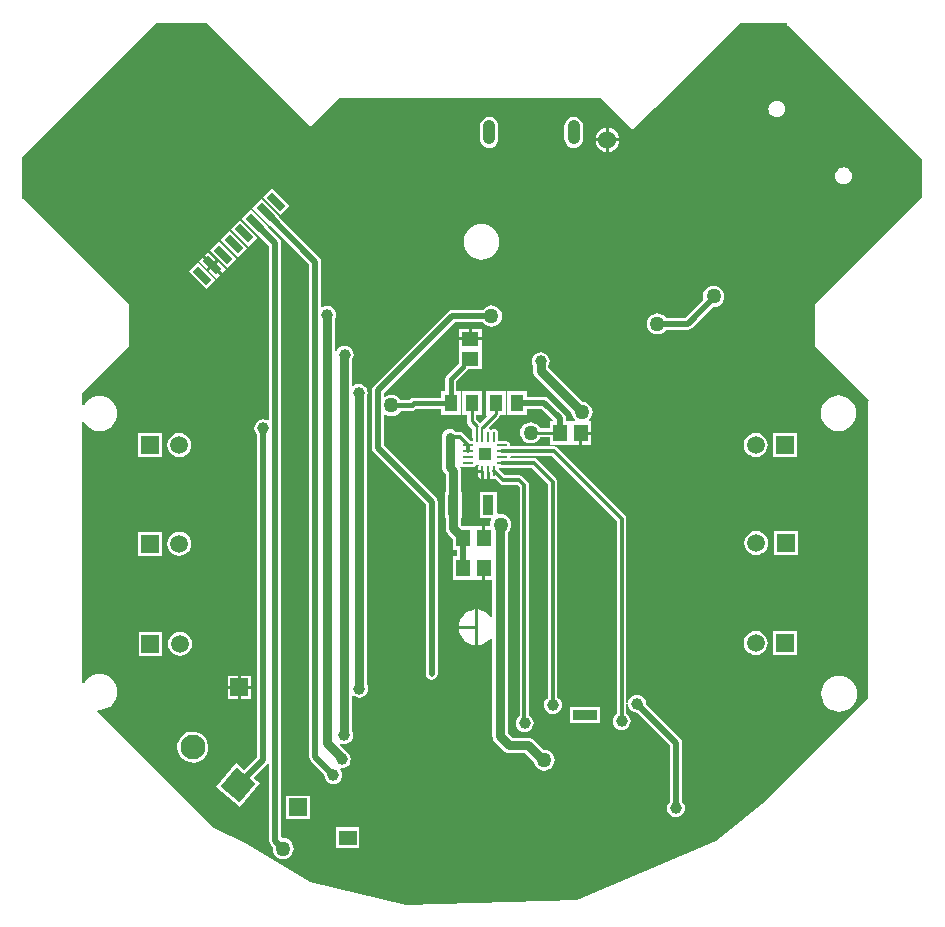
<source format=gbr>
%TF.GenerationSoftware,Altium Limited,Altium Designer,20.0.13 (296)*%
G04 Layer_Physical_Order=2*
G04 Layer_Color=16711680*
%FSLAX45Y45*%
%MOMM*%
%TF.FileFunction,Copper,L2,Bot,Signal*%
%TF.Part,Single*%
G01*
G75*
%TA.AperFunction,SMDPad,CuDef*%
%ADD10R,2.00000X0.90000*%
%ADD32R,1.47000X1.16000*%
%ADD33R,1.16000X1.47000*%
%TA.AperFunction,Conductor*%
%ADD36C,0.80000*%
%ADD37C,0.25400*%
%ADD38C,0.50000*%
%ADD39C,0.40000*%
%ADD43C,0.30000*%
%TA.AperFunction,ViaPad*%
%ADD44C,1.52400*%
%TA.AperFunction,ComponentPad*%
G04:AMPARAMS|DCode=45|XSize=1.6mm|YSize=0.6mm|CornerRadius=0mm|HoleSize=0mm|Usage=FLASHONLY|Rotation=135.000|XOffset=0mm|YOffset=0mm|HoleType=Round|Shape=Rectangle|*
%AMROTATEDRECTD45*
4,1,4,0.77782,-0.35356,0.35356,-0.77782,-0.77782,0.35356,-0.35356,0.77782,0.77782,-0.35356,0.0*
%
%ADD45ROTATEDRECTD45*%

%ADD46R,1.50800X1.50800*%
%ADD47C,1.50800*%
%ADD48R,1.50000X1.50000*%
%ADD49O,1.05000X2.10000*%
%TA.AperFunction,SMDPad,CuDef*%
%ADD50R,0.97000X1.73000*%
%TA.AperFunction,ComponentPad*%
%ADD51R,1.50000X1.50000*%
%ADD52R,1.50000X1.25000*%
%ADD53C,2.10000*%
%ADD54P,2.96985X4X185.0*%
%TA.AperFunction,ViaPad*%
%ADD55C,1.00000*%
%ADD56C,1.27000*%
%ADD57C,1.00000*%
%ADD58C,0.50000*%
%TA.AperFunction,SMDPad,CuDef*%
G04:AMPARAMS|DCode=59|XSize=0.86mm|YSize=0.15mm|CornerRadius=0.0375mm|HoleSize=0mm|Usage=FLASHONLY|Rotation=180.000|XOffset=0mm|YOffset=0mm|HoleType=Round|Shape=RoundedRectangle|*
%AMROUNDEDRECTD59*
21,1,0.86000,0.07500,0,0,180.0*
21,1,0.78500,0.15000,0,0,180.0*
1,1,0.07500,-0.39250,0.03750*
1,1,0.07500,0.39250,0.03750*
1,1,0.07500,0.39250,-0.03750*
1,1,0.07500,-0.39250,-0.03750*
%
%ADD59ROUNDEDRECTD59*%
G04:AMPARAMS|DCode=60|XSize=0.86mm|YSize=0.15mm|CornerRadius=0.0375mm|HoleSize=0mm|Usage=FLASHONLY|Rotation=270.000|XOffset=0mm|YOffset=0mm|HoleType=Round|Shape=RoundedRectangle|*
%AMROUNDEDRECTD60*
21,1,0.86000,0.07500,0,0,270.0*
21,1,0.78500,0.15000,0,0,270.0*
1,1,0.07500,-0.03750,-0.39250*
1,1,0.07500,-0.03750,0.39250*
1,1,0.07500,0.03750,0.39250*
1,1,0.07500,0.03750,-0.39250*
%
%ADD60ROUNDEDRECTD60*%
%ADD61R,1.10000X1.10000*%
%ADD62R,1.14000X1.47000*%
%TA.AperFunction,Conductor*%
%ADD63C,0.10000*%
%ADD64C,0.20000*%
G36*
X9055100Y11770360D02*
X9062720D01*
X9301480Y12009120D01*
X11513820D01*
X11788140Y11734800D01*
X11971020Y11917680D01*
Y11920220D01*
X11973560D01*
X12697460Y12644120D01*
X13098779D01*
Y12626340D01*
X14239240Y11485880D01*
Y11158220D01*
X14234160D01*
X13335001Y10259060D01*
Y9903460D01*
X13789661Y9448800D01*
X13784579Y9443720D01*
Y6926580D01*
X12923653Y6065652D01*
X12496582Y5719153D01*
X11313694Y5219403D01*
X9870626Y5174237D01*
X9060180Y5369560D01*
X8526780Y5687060D01*
X8242300Y5829300D01*
X7256578Y6815022D01*
X7262345Y6827216D01*
X7274560Y6826013D01*
X7304044Y6828916D01*
X7332394Y6837516D01*
X7358522Y6851482D01*
X7381423Y6870277D01*
X7400218Y6893178D01*
X7414184Y6919306D01*
X7422783Y6947656D01*
X7425687Y6977140D01*
X7422783Y7006624D01*
X7414184Y7034974D01*
X7400218Y7061102D01*
X7381423Y7084003D01*
X7358522Y7102798D01*
X7332394Y7116764D01*
X7304044Y7125363D01*
X7274560Y7128267D01*
X7245076Y7125363D01*
X7216726Y7116764D01*
X7190598Y7102798D01*
X7167697Y7084003D01*
X7148902Y7061102D01*
X7142480Y7049087D01*
X7129780Y7052268D01*
Y9259372D01*
X7142480Y9262553D01*
X7148902Y9250538D01*
X7167697Y9227637D01*
X7190598Y9208842D01*
X7216726Y9194876D01*
X7245076Y9186277D01*
X7274560Y9183373D01*
X7304044Y9186277D01*
X7332394Y9194876D01*
X7358522Y9208842D01*
X7381423Y9227637D01*
X7400218Y9250538D01*
X7414184Y9276666D01*
X7422783Y9305016D01*
X7425687Y9334500D01*
X7422783Y9363984D01*
X7414184Y9392334D01*
X7400218Y9418462D01*
X7381423Y9441363D01*
X7358522Y9460158D01*
X7332394Y9474124D01*
X7304044Y9482723D01*
X7274560Y9485627D01*
X7245076Y9482723D01*
X7216726Y9474124D01*
X7190598Y9460158D01*
X7167697Y9441363D01*
X7148902Y9418462D01*
X7142480Y9406447D01*
X7129780Y9409628D01*
Y9509760D01*
X7520940Y9900920D01*
Y10261600D01*
X6621780Y11160760D01*
Y11506200D01*
X7759700Y12644120D01*
X8176260D01*
X8178800Y12646660D01*
X9055100Y11770360D01*
D02*
G37*
%LPC*%
G36*
X13007478Y11985032D02*
X12989101Y11982612D01*
X12971976Y11975518D01*
X12957269Y11964234D01*
X12945985Y11949528D01*
X12938892Y11932402D01*
X12936472Y11914024D01*
X12938892Y11895646D01*
X12945985Y11878521D01*
X12957269Y11863814D01*
X12971976Y11852530D01*
X12989101Y11845436D01*
X13007478Y11843017D01*
X13025858Y11845436D01*
X13042982Y11852530D01*
X13057689Y11863814D01*
X13068973Y11878521D01*
X13076067Y11895646D01*
X13078487Y11914024D01*
X13076067Y11932402D01*
X13068973Y11949528D01*
X13057689Y11964234D01*
X13042982Y11975518D01*
X13025858Y11982612D01*
X13007478Y11985032D01*
D02*
G37*
G36*
X11587480Y11751785D02*
Y11663680D01*
X11675585D01*
X11673765Y11677503D01*
X11663528Y11702218D01*
X11647242Y11723442D01*
X11626018Y11739728D01*
X11601303Y11749965D01*
X11587480Y11751785D01*
D02*
G37*
G36*
X11562080D02*
X11548257Y11749965D01*
X11523542Y11739728D01*
X11502318Y11723442D01*
X11486032Y11702218D01*
X11475795Y11677503D01*
X11473975Y11663680D01*
X11562080D01*
Y11751785D01*
D02*
G37*
G36*
X11287760Y11846072D02*
X11267424Y11843395D01*
X11248474Y11835545D01*
X11232201Y11823059D01*
X11219715Y11806786D01*
X11211865Y11787836D01*
X11209188Y11767500D01*
Y11662500D01*
X11211865Y11642164D01*
X11219715Y11623214D01*
X11232201Y11606941D01*
X11248474Y11594455D01*
X11267424Y11586605D01*
X11287760Y11583928D01*
X11308096Y11586605D01*
X11327046Y11594455D01*
X11343319Y11606941D01*
X11355805Y11623214D01*
X11363655Y11642164D01*
X11366332Y11662500D01*
Y11767500D01*
X11363655Y11787836D01*
X11355805Y11806786D01*
X11343319Y11823059D01*
X11327046Y11835545D01*
X11308096Y11843395D01*
X11287760Y11846072D01*
D02*
G37*
G36*
X10572760D02*
X10552424Y11843395D01*
X10533474Y11835545D01*
X10517201Y11823059D01*
X10504715Y11806786D01*
X10496865Y11787836D01*
X10494188Y11767500D01*
Y11662500D01*
X10496865Y11642164D01*
X10504715Y11623214D01*
X10517201Y11606941D01*
X10533474Y11594455D01*
X10552424Y11586605D01*
X10572760Y11583928D01*
X10593096Y11586605D01*
X10612046Y11594455D01*
X10628319Y11606941D01*
X10640805Y11623214D01*
X10648655Y11642164D01*
X10651332Y11662500D01*
Y11767500D01*
X10648655Y11787836D01*
X10640805Y11806786D01*
X10628319Y11823059D01*
X10612046Y11835545D01*
X10593096Y11843395D01*
X10572760Y11846072D01*
D02*
G37*
G36*
X11675585Y11638280D02*
X11587480D01*
Y11550175D01*
X11601303Y11551995D01*
X11626018Y11562232D01*
X11647242Y11578518D01*
X11663528Y11599742D01*
X11673765Y11624457D01*
X11675585Y11638280D01*
D02*
G37*
G36*
X11562080D02*
X11473975D01*
X11475795Y11624457D01*
X11486032Y11599742D01*
X11502318Y11578518D01*
X11523542Y11562232D01*
X11548257Y11551995D01*
X11562080Y11550175D01*
Y11638280D01*
D02*
G37*
G36*
X13573164Y11419346D02*
X13554787Y11416926D01*
X13537662Y11409833D01*
X13522955Y11398548D01*
X13511671Y11383842D01*
X13504578Y11366717D01*
X13502158Y11348338D01*
X13504578Y11329961D01*
X13511671Y11312835D01*
X13522955Y11298129D01*
X13537662Y11286844D01*
X13554787Y11279751D01*
X13573164Y11277331D01*
X13591544Y11279751D01*
X13608669Y11286844D01*
X13623375Y11298129D01*
X13634659Y11312835D01*
X13641753Y11329960D01*
X13644173Y11348338D01*
X13641753Y11366716D01*
X13634659Y11383842D01*
X13623375Y11398548D01*
X13608669Y11409833D01*
X13591544Y11416926D01*
X13573164Y11419346D01*
D02*
G37*
G36*
X8733795Y11242513D02*
X8655448Y11164166D01*
X8804506Y11015108D01*
X8882853Y11093455D01*
X8733795Y11242513D01*
D02*
G37*
G36*
X8464387Y10973105D02*
X8386040Y10894758D01*
X8535098Y10745700D01*
X8613445Y10824047D01*
X8464387Y10973105D01*
D02*
G37*
G36*
X8374585Y10883303D02*
X8296237Y10804955D01*
X8445295Y10655897D01*
X8523643Y10734245D01*
X8374585Y10883303D01*
D02*
G37*
G36*
X10507980Y10938507D02*
X10478496Y10935603D01*
X10450146Y10927004D01*
X10424018Y10913038D01*
X10401117Y10894243D01*
X10382322Y10871342D01*
X10368356Y10845214D01*
X10359757Y10816864D01*
X10356853Y10787380D01*
X10359757Y10757896D01*
X10368356Y10729546D01*
X10382322Y10703418D01*
X10401117Y10680517D01*
X10424018Y10661722D01*
X10450146Y10647756D01*
X10478496Y10639157D01*
X10507980Y10636253D01*
X10537464Y10639157D01*
X10565814Y10647756D01*
X10591942Y10661722D01*
X10614843Y10680517D01*
X10633638Y10703418D01*
X10647604Y10729546D01*
X10656203Y10757896D01*
X10659107Y10787380D01*
X10656203Y10816864D01*
X10647604Y10845214D01*
X10633638Y10871342D01*
X10614843Y10894243D01*
X10591942Y10913038D01*
X10565814Y10927004D01*
X10537464Y10935603D01*
X10507980Y10938507D01*
D02*
G37*
G36*
X8194966Y10703683D02*
X8164773Y10673491D01*
X8230321Y10607942D01*
X8260514Y10638135D01*
X8194966Y10703683D01*
D02*
G37*
G36*
X8284782Y10793500D02*
X8206435Y10715153D01*
X8355493Y10566095D01*
X8433840Y10644442D01*
X8284782Y10793500D01*
D02*
G37*
G36*
X8146812Y10655530D02*
X8116618Y10625336D01*
X8182167Y10559788D01*
X8212361Y10589982D01*
X8146812Y10655530D01*
D02*
G37*
G36*
X8278474Y10620175D02*
X8248282Y10589982D01*
X8313831Y10524433D01*
X8344023Y10554626D01*
X8278474Y10620175D01*
D02*
G37*
G36*
X8230321Y10572021D02*
X8200127Y10541827D01*
X8265676Y10476278D01*
X8295870Y10506472D01*
X8230321Y10572021D01*
D02*
G37*
G36*
X8106973Y10615691D02*
X8028626Y10537344D01*
X8177684Y10388286D01*
X8256031Y10466633D01*
X8106973Y10615691D01*
D02*
G37*
G36*
X12473188Y10415348D02*
X12449981Y10412293D01*
X12428355Y10403335D01*
X12409784Y10389086D01*
X12395535Y10370515D01*
X12386577Y10348889D01*
X12383521Y10325681D01*
X12386577Y10302474D01*
X12387972Y10299105D01*
X12234215Y10145347D01*
X12070315D01*
X12061094Y10157364D01*
X12042523Y10171614D01*
X12020897Y10180572D01*
X11997690Y10183627D01*
X11974482Y10180572D01*
X11952856Y10171614D01*
X11934286Y10157364D01*
X11920036Y10138794D01*
X11911078Y10117167D01*
X11908023Y10093960D01*
X11911078Y10070753D01*
X11920036Y10049126D01*
X11934286Y10030556D01*
X11952856Y10016306D01*
X11974482Y10007348D01*
X11997690Y10004293D01*
X12020897Y10007348D01*
X12042523Y10016306D01*
X12061094Y10030556D01*
X12070315Y10042573D01*
X12255500D01*
X12275165Y10046484D01*
X12291836Y10057624D01*
X12470571Y10236359D01*
X12473188Y10236014D01*
X12496396Y10239070D01*
X12518022Y10248028D01*
X12536593Y10262277D01*
X12550842Y10280848D01*
X12559800Y10302474D01*
X12562855Y10325681D01*
X12559800Y10348889D01*
X12550842Y10370515D01*
X12536593Y10389086D01*
X12518022Y10403335D01*
X12496396Y10412293D01*
X12473188Y10415348D01*
D02*
G37*
G36*
X10591800Y10249667D02*
X10568593Y10246612D01*
X10546966Y10237654D01*
X10528396Y10223404D01*
X10519175Y10211387D01*
X10261600D01*
X10241935Y10207476D01*
X10225264Y10196336D01*
X9595744Y9566816D01*
X9584604Y9550145D01*
X9580693Y9530480D01*
Y9042000D01*
X9584604Y9022335D01*
X9595744Y9005664D01*
X10034953Y8566455D01*
Y7130821D01*
X10038864Y7111156D01*
X10050004Y7094485D01*
X10066675Y7083345D01*
X10086340Y7079434D01*
X10106005Y7083345D01*
X10122676Y7094485D01*
X10133816Y7111156D01*
X10137727Y7130821D01*
Y8587740D01*
X10133816Y8607405D01*
X10122676Y8624076D01*
X9683467Y9063285D01*
Y9324634D01*
X9694858Y9330252D01*
X9701146Y9325426D01*
X9722773Y9316468D01*
X9745980Y9313413D01*
X9769187Y9316468D01*
X9790814Y9325426D01*
X9809384Y9339676D01*
X9822517Y9356791D01*
X9916159D01*
X9916160Y9356790D01*
X9933874Y9360314D01*
X9948892Y9370348D01*
X9955654Y9377110D01*
X10166400D01*
Y9324500D01*
X10331200D01*
Y9522300D01*
X10295089D01*
Y9608226D01*
X10385932Y9699069D01*
X10392701Y9709200D01*
X10512900D01*
Y9872500D01*
X10512900Y9876000D01*
Y9885200D01*
X10512900Y9888700D01*
Y9955900D01*
X10414000D01*
X10315100D01*
Y9888700D01*
X10315100Y9885200D01*
Y9876000D01*
X10315100Y9872500D01*
Y9759163D01*
X10216068Y9660132D01*
X10206034Y9645114D01*
X10202510Y9627400D01*
X10202510Y9627399D01*
Y9522300D01*
X10166400D01*
Y9469689D01*
X9936481D01*
X9936480Y9469689D01*
X9918766Y9466166D01*
X9903748Y9456131D01*
X9903748Y9456131D01*
X9896986Y9449369D01*
X9822517D01*
X9809384Y9466484D01*
X9790814Y9480734D01*
X9769187Y9489692D01*
X9745980Y9492747D01*
X9722773Y9489692D01*
X9701146Y9480734D01*
X9694858Y9475908D01*
X9683467Y9481526D01*
Y9509195D01*
X10282885Y10108613D01*
X10519175D01*
X10528396Y10096596D01*
X10546966Y10082346D01*
X10568593Y10073388D01*
X10591800Y10070333D01*
X10615007Y10073388D01*
X10636634Y10082346D01*
X10655204Y10096596D01*
X10669454Y10115166D01*
X10678412Y10136793D01*
X10681467Y10160000D01*
X10678412Y10183207D01*
X10669454Y10204834D01*
X10655204Y10223404D01*
X10636634Y10237654D01*
X10615007Y10246612D01*
X10591800Y10249667D01*
D02*
G37*
G36*
X10512900Y10052000D02*
X10426700D01*
Y9981300D01*
X10512900D01*
Y10052000D01*
D02*
G37*
G36*
X10401300D02*
X10315100D01*
Y9981300D01*
X10401300D01*
Y10052000D01*
D02*
G37*
G36*
X8554190Y11062908D02*
X8475843Y10984560D01*
X8624900Y10835503D01*
X8627738Y10838340D01*
X8711612Y10754465D01*
X8711613Y9280907D01*
X8700222Y9275290D01*
X8699425Y9275902D01*
X8681083Y9283499D01*
X8661400Y9286091D01*
X8641717Y9283499D01*
X8623375Y9275902D01*
X8607624Y9263816D01*
X8595538Y9248065D01*
X8587941Y9229723D01*
X8585349Y9210040D01*
X8587941Y9190357D01*
X8595538Y9172015D01*
X8607624Y9156264D01*
X8610013Y9154431D01*
Y6425478D01*
X8499555Y6315020D01*
X8430439Y6373015D01*
X8262800Y6173231D01*
X8462584Y6005592D01*
X8630223Y6205376D01*
X8585785Y6242664D01*
X8585231Y6255352D01*
X8697736Y6367857D01*
X8698913Y6369618D01*
X8711613Y6365765D01*
Y5717540D01*
X8715525Y5697875D01*
X8726664Y5681204D01*
X8741350Y5666517D01*
X8739373Y5651500D01*
X8742428Y5628293D01*
X8751386Y5606666D01*
X8765636Y5588096D01*
X8784206Y5573846D01*
X8805833Y5564888D01*
X8829040Y5561833D01*
X8852247Y5564888D01*
X8873874Y5573846D01*
X8892444Y5588096D01*
X8906694Y5606666D01*
X8915652Y5628293D01*
X8918707Y5651500D01*
X8915652Y5674707D01*
X8906694Y5696334D01*
X8892444Y5714904D01*
X8873874Y5729154D01*
X8852247Y5738112D01*
X8829040Y5741167D01*
X8823936Y5740495D01*
X8814388Y5748869D01*
X8814387Y10775751D01*
X8810475Y10795416D01*
X8799336Y10812087D01*
X8700410Y10911012D01*
X8703248Y10913850D01*
X8554190Y11062908D01*
D02*
G37*
G36*
X11008360Y9852511D02*
X10988677Y9849919D01*
X10970335Y9842322D01*
X10954584Y9830236D01*
X10942498Y9814485D01*
X10934901Y9796143D01*
X10932309Y9776460D01*
X10934901Y9756777D01*
X10942396Y9738682D01*
Y9697720D01*
X10944643Y9680647D01*
X10951233Y9664738D01*
X10961716Y9651076D01*
X11269762Y9343031D01*
X11272268Y9323993D01*
X11281226Y9302366D01*
X11295476Y9283796D01*
X11299119Y9281000D01*
X11294808Y9268300D01*
X11267920D01*
X11264420Y9268300D01*
X11255220D01*
X11251720Y9268300D01*
X11223207D01*
Y9292960D01*
X11219296Y9312625D01*
X11208156Y9329296D01*
X11074119Y9463333D01*
X11057448Y9474473D01*
X11037783Y9478384D01*
X10890200D01*
Y9522300D01*
X10725400D01*
Y9324500D01*
X10890200D01*
Y9375610D01*
X11016498D01*
X11111108Y9281000D01*
X11105847Y9268300D01*
X11088420D01*
Y9210787D01*
X11004674D01*
X11002194Y9216774D01*
X10987944Y9235344D01*
X10969374Y9249594D01*
X10947747Y9258552D01*
X10924540Y9261607D01*
X10901333Y9258552D01*
X10879706Y9249594D01*
X10861136Y9235344D01*
X10846886Y9216774D01*
X10837928Y9195147D01*
X10834873Y9171940D01*
X10837928Y9148733D01*
X10846886Y9127106D01*
X10861136Y9108536D01*
X10879706Y9094286D01*
X10901333Y9085328D01*
X10924540Y9082273D01*
X10947747Y9085328D01*
X10969374Y9094286D01*
X10987944Y9108536D01*
X11002194Y9127106D01*
X11004674Y9133093D01*
X11088420D01*
Y9070500D01*
X11251720D01*
X11255220Y9070500D01*
X11264420D01*
X11267920Y9070500D01*
X11335120D01*
Y9169400D01*
X11347820D01*
Y9182100D01*
X11431220D01*
Y9268300D01*
X11422952D01*
X11418641Y9281000D01*
X11422284Y9283796D01*
X11436534Y9302366D01*
X11445492Y9323993D01*
X11448547Y9347200D01*
X11445492Y9370407D01*
X11436534Y9392034D01*
X11422284Y9410604D01*
X11403714Y9424854D01*
X11382087Y9433812D01*
X11363049Y9436318D01*
X11074324Y9725043D01*
Y9738682D01*
X11081819Y9756777D01*
X11084411Y9776460D01*
X11081819Y9796143D01*
X11074222Y9814485D01*
X11062136Y9830236D01*
X11046385Y9842322D01*
X11028043Y9849919D01*
X11008360Y9852511D01*
D02*
G37*
G36*
X13530580Y9488167D02*
X13501096Y9485263D01*
X13472746Y9476664D01*
X13446619Y9462698D01*
X13423717Y9443903D01*
X13404922Y9421002D01*
X13390956Y9394874D01*
X13382356Y9366524D01*
X13379453Y9337040D01*
X13382356Y9307556D01*
X13390956Y9279206D01*
X13404922Y9253078D01*
X13423717Y9230177D01*
X13446619Y9211382D01*
X13472746Y9197416D01*
X13501096Y9188817D01*
X13530580Y9185913D01*
X13560065Y9188817D01*
X13588414Y9197416D01*
X13614542Y9211382D01*
X13637444Y9230177D01*
X13656238Y9253078D01*
X13670204Y9279206D01*
X13678802Y9307556D01*
X13681706Y9337040D01*
X13678802Y9366524D01*
X13670204Y9394874D01*
X13656238Y9421002D01*
X13637444Y9443903D01*
X13614542Y9462698D01*
X13588414Y9476664D01*
X13560065Y9485263D01*
X13530580Y9488167D01*
D02*
G37*
G36*
X10509200Y9522300D02*
X10344400D01*
Y9324500D01*
X10385313D01*
Y9268460D01*
X10388271Y9253594D01*
X10396691Y9240991D01*
X10429906Y9207776D01*
Y9134100D01*
X10432529Y9120916D01*
Y9102627D01*
X10419829Y9100269D01*
X10417586Y9101767D01*
X10353847Y9165507D01*
X10340483Y9174436D01*
X10324720Y9177571D01*
X10289568D01*
X10285384Y9183024D01*
X10271722Y9193507D01*
X10255813Y9200097D01*
X10238740Y9202344D01*
X10221667Y9200097D01*
X10205758Y9193507D01*
X10192096Y9183024D01*
X10181613Y9169362D01*
X10175023Y9153453D01*
X10172776Y9136380D01*
Y8882920D01*
X10175023Y8865847D01*
X10181613Y8849938D01*
X10192096Y8836276D01*
X10204436Y8823936D01*
Y8671700D01*
X10196501D01*
Y8447900D01*
X10204436D01*
Y8361400D01*
X10206684Y8344327D01*
X10213274Y8328417D01*
X10223757Y8314756D01*
X10268000Y8270512D01*
Y8181500D01*
X10300013D01*
Y8125300D01*
X10268000D01*
Y7927500D01*
X10431300D01*
X10434800Y7927500D01*
X10444000D01*
X10447500Y7927500D01*
X10514700D01*
Y8026400D01*
X10540100D01*
Y7927500D01*
X10599496D01*
Y7618989D01*
X10586796Y7614445D01*
X10571663Y7632883D01*
X10548762Y7651678D01*
X10522634Y7665644D01*
X10494284Y7674243D01*
X10477500Y7675897D01*
Y7526020D01*
Y7376143D01*
X10494284Y7377797D01*
X10522634Y7386396D01*
X10548762Y7400362D01*
X10571663Y7419157D01*
X10586796Y7437595D01*
X10599496Y7433051D01*
Y6601460D01*
X10601743Y6584387D01*
X10608333Y6568478D01*
X10618816Y6554816D01*
X10695016Y6478616D01*
X10708678Y6468133D01*
X10724587Y6461543D01*
X10741660Y6459296D01*
X10875383D01*
X10949878Y6384800D01*
X10950864Y6377314D01*
X10959821Y6355688D01*
X10974071Y6337117D01*
X10992642Y6322867D01*
X11014268Y6313910D01*
X11037475Y6310854D01*
X11060683Y6313910D01*
X11082309Y6322867D01*
X11100879Y6337117D01*
X11115129Y6355688D01*
X11124087Y6377314D01*
X11127142Y6400521D01*
X11124087Y6423729D01*
X11115129Y6445355D01*
X11100879Y6463926D01*
X11082309Y6478175D01*
X11060683Y6487133D01*
X11037475Y6490188D01*
X11031811Y6489443D01*
X10949350Y6571904D01*
X10935688Y6582387D01*
X10919779Y6588977D01*
X10902706Y6591224D01*
X10768983D01*
X10731424Y6628783D01*
Y8329362D01*
X10733944Y8331296D01*
X10748194Y8349866D01*
X10757152Y8371493D01*
X10760207Y8394700D01*
X10757152Y8417907D01*
X10748194Y8439534D01*
X10733944Y8458104D01*
X10715374Y8472354D01*
X10693747Y8481312D01*
X10670540Y8484367D01*
X10653000Y8482058D01*
X10640300Y8490800D01*
Y8671700D01*
X10492500D01*
Y8447900D01*
X10584659D01*
X10591091Y8435200D01*
X10583928Y8417907D01*
X10580873Y8394700D01*
X10581643Y8388849D01*
X10573269Y8379300D01*
X10540100D01*
Y8280400D01*
X10514700D01*
Y8379300D01*
X10447500D01*
X10444000Y8379300D01*
X10434800D01*
X10431300Y8379300D01*
X10345788D01*
X10336365Y8388723D01*
Y8447900D01*
X10344301D01*
Y8671700D01*
X10336365D01*
Y8851260D01*
X10334117Y8868333D01*
X10329071Y8880516D01*
X10328655Y8885123D01*
X10335809Y8890719D01*
X10340268Y8889807D01*
X10346876Y8885391D01*
X10358250Y8883129D01*
X10436750D01*
X10448124Y8885391D01*
X10457766Y8891834D01*
X10464208Y8901476D01*
X10466079Y8910882D01*
X10478246Y8910494D01*
X10484792Y8898723D01*
X10482529Y8887350D01*
Y8860800D01*
X10516001D01*
Y8848100D01*
X10528701D01*
Y8780909D01*
X10531124Y8781391D01*
X10540766Y8787834D01*
X10541234D01*
X10550876Y8781391D01*
X10553300Y8780909D01*
Y8848100D01*
X10574804D01*
X10577939Y8832335D01*
X10578700Y8831197D01*
Y8780909D01*
X10581124Y8781391D01*
X10590765Y8787834D01*
X10591235D01*
X10600876Y8781391D01*
X10612250Y8779129D01*
X10619750D01*
X10625562Y8780285D01*
X10663220Y8742626D01*
X10676584Y8733697D01*
X10692347Y8730561D01*
X10809825D01*
X10830009Y8710378D01*
Y6774703D01*
X10819964Y6766996D01*
X10807878Y6751245D01*
X10800281Y6732903D01*
X10797689Y6713220D01*
X10800281Y6693537D01*
X10807878Y6675195D01*
X10819964Y6659444D01*
X10835715Y6647358D01*
X10854057Y6639761D01*
X10873740Y6637169D01*
X10893423Y6639761D01*
X10911765Y6647358D01*
X10927516Y6659444D01*
X10939602Y6675195D01*
X10947199Y6693537D01*
X10949791Y6713220D01*
X10947199Y6732903D01*
X10939602Y6751245D01*
X10927516Y6766996D01*
X10912391Y6778601D01*
Y8727440D01*
X10909256Y8743203D01*
X10900327Y8756567D01*
X10856014Y8800880D01*
X10842650Y8809809D01*
X10826887Y8812944D01*
X10709409D01*
X10658725Y8863628D01*
X10662208Y8878107D01*
X10667045Y8879674D01*
X10668737Y8878544D01*
X10684500Y8875408D01*
X10931678D01*
X11068769Y8738318D01*
Y6929643D01*
X11058724Y6921936D01*
X11046638Y6906185D01*
X11039041Y6887843D01*
X11036449Y6868160D01*
X11039041Y6848477D01*
X11046638Y6830135D01*
X11058724Y6814384D01*
X11074475Y6802298D01*
X11092817Y6794701D01*
X11112500Y6792109D01*
X11132183Y6794701D01*
X11150525Y6802298D01*
X11166276Y6814384D01*
X11178362Y6830135D01*
X11185959Y6848477D01*
X11188551Y6868160D01*
X11185959Y6887843D01*
X11178362Y6906185D01*
X11166276Y6921936D01*
X11151151Y6933541D01*
Y8755380D01*
X11148016Y8771143D01*
X11139087Y8784507D01*
X10977867Y8945727D01*
X10964503Y8954656D01*
X10948740Y8957791D01*
X10757623D01*
X10753471Y8962851D01*
Y8970350D01*
X10757623Y8975409D01*
X11105998D01*
X11652969Y8428438D01*
Y6794432D01*
X11640384Y6784776D01*
X11628298Y6769025D01*
X11620701Y6750683D01*
X11618109Y6731000D01*
X11620701Y6711317D01*
X11628298Y6692975D01*
X11640384Y6677224D01*
X11656135Y6665138D01*
X11674477Y6657541D01*
X11694160Y6654949D01*
X11713843Y6657541D01*
X11732185Y6665138D01*
X11747936Y6677224D01*
X11760022Y6692975D01*
X11767619Y6711317D01*
X11770211Y6731000D01*
X11767619Y6750683D01*
X11760022Y6769025D01*
X11747936Y6784776D01*
X11735351Y6794432D01*
Y6874433D01*
X11748051Y6875265D01*
X11748843Y6869252D01*
X11750241Y6858637D01*
X11757838Y6840295D01*
X11769924Y6824544D01*
X11785675Y6812458D01*
X11804017Y6804861D01*
X11823700Y6802269D01*
X11826685Y6802662D01*
X12102513Y6526835D01*
Y6050009D01*
X12100124Y6048176D01*
X12088038Y6032425D01*
X12080441Y6014083D01*
X12077849Y5994400D01*
X12080441Y5974717D01*
X12088038Y5956375D01*
X12100124Y5940624D01*
X12115875Y5928538D01*
X12134217Y5920941D01*
X12153900Y5918349D01*
X12173583Y5920941D01*
X12191925Y5928538D01*
X12207676Y5940624D01*
X12219762Y5956375D01*
X12227359Y5974717D01*
X12229951Y5994400D01*
X12227359Y6014083D01*
X12219762Y6032425D01*
X12207676Y6048176D01*
X12205287Y6050009D01*
Y6548120D01*
X12201376Y6567785D01*
X12190236Y6584456D01*
X11899358Y6875335D01*
X11899751Y6878320D01*
X11897159Y6898003D01*
X11889562Y6916345D01*
X11877476Y6932096D01*
X11861725Y6944182D01*
X11843383Y6951779D01*
X11823700Y6954371D01*
X11804017Y6951779D01*
X11785675Y6944182D01*
X11769924Y6932096D01*
X11757838Y6916345D01*
X11750241Y6898003D01*
X11748843Y6887388D01*
X11748051Y6881375D01*
X11735351Y6882207D01*
Y8445500D01*
X11732216Y8461263D01*
X11723287Y8474627D01*
X11152187Y9045727D01*
X11138823Y9054656D01*
X11123060Y9057791D01*
X10757623D01*
X10753471Y9062851D01*
Y9070350D01*
X10751209Y9081724D01*
X10744766Y9091366D01*
X10735124Y9097809D01*
X10723750Y9100071D01*
X10649471D01*
Y9174350D01*
X10647209Y9185724D01*
X10640766Y9195366D01*
X10631124Y9201809D01*
X10619750Y9204071D01*
X10612250D01*
X10600876Y9201809D01*
X10591000Y9195516D01*
X10581123Y9201809D01*
X10572601Y9203504D01*
X10568733Y9211080D01*
X10567908Y9216771D01*
X10657268Y9306132D01*
X10665689Y9318734D01*
X10666836Y9324500D01*
X10712200D01*
Y9522300D01*
X10547400D01*
Y9382854D01*
X10546653Y9379100D01*
X10547400Y9375345D01*
Y9324500D01*
X10549169D01*
X10554029Y9312766D01*
X10495183Y9253920D01*
X10493468Y9254089D01*
X10463007Y9284551D01*
Y9324500D01*
X10509200D01*
Y9522300D01*
D02*
G37*
G36*
X11431220Y9156700D02*
X11360520D01*
Y9070500D01*
X11431220D01*
Y9156700D01*
D02*
G37*
G36*
X13181799Y9168600D02*
X12980200D01*
Y8967000D01*
X13181799D01*
Y9168600D01*
D02*
G37*
G36*
X7801540D02*
X7599940D01*
Y8967000D01*
X7801540D01*
Y9168600D01*
D02*
G37*
G36*
X12831000Y9169470D02*
X12804686Y9166005D01*
X12780165Y9155848D01*
X12759109Y9139691D01*
X12742952Y9118635D01*
X12732795Y9094114D01*
X12729330Y9067800D01*
X12732795Y9041486D01*
X12742952Y9016965D01*
X12759109Y8995909D01*
X12780165Y8979752D01*
X12804686Y8969595D01*
X12831000Y8966130D01*
X12857314Y8969595D01*
X12881834Y8979752D01*
X12902892Y8995909D01*
X12919048Y9016965D01*
X12929205Y9041486D01*
X12932671Y9067800D01*
X12929205Y9094114D01*
X12919048Y9118635D01*
X12902892Y9139691D01*
X12881834Y9155848D01*
X12857314Y9166005D01*
X12831000Y9169470D01*
D02*
G37*
G36*
X7950740D02*
X7924426Y9166005D01*
X7899905Y9155848D01*
X7878849Y9139691D01*
X7862692Y9118635D01*
X7852535Y9094114D01*
X7849070Y9067800D01*
X7852535Y9041486D01*
X7862692Y9016965D01*
X7878849Y8995909D01*
X7899905Y8979752D01*
X7924426Y8969595D01*
X7950740Y8966130D01*
X7977054Y8969595D01*
X8001575Y8979752D01*
X8022631Y8995909D01*
X8038788Y9016965D01*
X8048945Y9041486D01*
X8052410Y9067800D01*
X8048945Y9094114D01*
X8038788Y9118635D01*
X8022631Y9139691D01*
X8001575Y9155848D01*
X7977054Y9166005D01*
X7950740Y9169470D01*
D02*
G37*
G36*
X10503301Y8835400D02*
X10482529D01*
Y8808850D01*
X10484792Y8797476D01*
X10491234Y8787834D01*
X10500876Y8781391D01*
X10503301Y8780909D01*
Y8835400D01*
D02*
G37*
G36*
X13184880Y8338860D02*
X12983279D01*
Y8137260D01*
X13184880D01*
Y8338860D01*
D02*
G37*
G36*
X12834081Y8339730D02*
X12807767Y8336265D01*
X12783245Y8326108D01*
X12762189Y8309951D01*
X12746032Y8288895D01*
X12735875Y8264374D01*
X12732410Y8238060D01*
X12735875Y8211746D01*
X12746032Y8187225D01*
X12762189Y8166169D01*
X12783245Y8150012D01*
X12807767Y8139855D01*
X12834081Y8136390D01*
X12860394Y8139855D01*
X12884915Y8150012D01*
X12905971Y8166169D01*
X12922128Y8187225D01*
X12932285Y8211746D01*
X12935750Y8238060D01*
X12932285Y8264374D01*
X12922128Y8288895D01*
X12905971Y8309951D01*
X12884915Y8326108D01*
X12860394Y8336265D01*
X12834081Y8339730D01*
D02*
G37*
G36*
X7801000Y8332940D02*
X7599400D01*
Y8131340D01*
X7801000D01*
Y8332940D01*
D02*
G37*
G36*
X7950200Y8333810D02*
X7923886Y8330345D01*
X7899365Y8320188D01*
X7878309Y8304031D01*
X7862152Y8282975D01*
X7851995Y8258454D01*
X7848530Y8232140D01*
X7851995Y8205826D01*
X7862152Y8181305D01*
X7878309Y8160249D01*
X7899365Y8144092D01*
X7923886Y8133935D01*
X7950200Y8130470D01*
X7976514Y8133935D01*
X8001035Y8144092D01*
X8022091Y8160249D01*
X8038248Y8181305D01*
X8048405Y8205826D01*
X8051870Y8232140D01*
X8048405Y8258454D01*
X8038248Y8282975D01*
X8022091Y8304031D01*
X8001035Y8320188D01*
X7976514Y8330345D01*
X7950200Y8333810D01*
D02*
G37*
G36*
X10452100Y7675897D02*
X10435316Y7674243D01*
X10406966Y7665644D01*
X10380838Y7651678D01*
X10357937Y7632883D01*
X10339142Y7609982D01*
X10325176Y7583854D01*
X10316577Y7555504D01*
X10314923Y7538720D01*
X10452100D01*
Y7675897D01*
D02*
G37*
G36*
Y7513320D02*
X10314923D01*
X10316577Y7496536D01*
X10325176Y7468186D01*
X10339142Y7442058D01*
X10357937Y7419157D01*
X10380838Y7400362D01*
X10406966Y7386396D01*
X10435316Y7377797D01*
X10452100Y7376143D01*
Y7513320D01*
D02*
G37*
G36*
X13181799Y7492200D02*
X12980200D01*
Y7290600D01*
X13181799D01*
Y7492200D01*
D02*
G37*
G36*
X12831000Y7493070D02*
X12804686Y7489605D01*
X12780165Y7479448D01*
X12759109Y7463291D01*
X12742952Y7442235D01*
X12732795Y7417714D01*
X12729330Y7391400D01*
X12732795Y7365086D01*
X12742952Y7340565D01*
X12759109Y7319509D01*
X12780165Y7303352D01*
X12804686Y7293195D01*
X12831000Y7289730D01*
X12857314Y7293195D01*
X12881834Y7303352D01*
X12902892Y7319509D01*
X12919048Y7340565D01*
X12929205Y7365086D01*
X12932671Y7391400D01*
X12929205Y7417714D01*
X12919048Y7442235D01*
X12902892Y7463291D01*
X12881834Y7479448D01*
X12857314Y7489605D01*
X12831000Y7493070D01*
D02*
G37*
G36*
X7806080Y7487120D02*
X7604480D01*
Y7285520D01*
X7806080D01*
Y7487120D01*
D02*
G37*
G36*
X7955280Y7487990D02*
X7928966Y7484525D01*
X7904445Y7474368D01*
X7883389Y7458211D01*
X7867232Y7437155D01*
X7857075Y7412634D01*
X7853610Y7386320D01*
X7857075Y7360006D01*
X7867232Y7335485D01*
X7883389Y7314429D01*
X7904445Y7298272D01*
X7928966Y7288115D01*
X7955280Y7284650D01*
X7981594Y7288115D01*
X8006115Y7298272D01*
X8027171Y7314429D01*
X8043328Y7335485D01*
X8053485Y7360006D01*
X8056950Y7386320D01*
X8053485Y7412634D01*
X8043328Y7437155D01*
X8027171Y7458211D01*
X8006115Y7474368D01*
X7981594Y7484525D01*
X7955280Y7487990D01*
D02*
G37*
G36*
X8558600Y7115880D02*
X8470900D01*
Y7028180D01*
X8558600D01*
Y7115880D01*
D02*
G37*
G36*
X8445500D02*
X8357800D01*
Y7028180D01*
X8445500D01*
Y7115880D01*
D02*
G37*
G36*
X8643992Y11152710D02*
X8565645Y11074363D01*
X8714703Y10925305D01*
X8717540Y10928143D01*
X9049993Y10595691D01*
X9049993Y6425640D01*
X9053904Y6405975D01*
X9065044Y6389304D01*
X9177822Y6276525D01*
X9177429Y6273540D01*
X9180021Y6253856D01*
X9187618Y6235515D01*
X9199704Y6219764D01*
X9215455Y6207678D01*
X9233797Y6200081D01*
X9253480Y6197489D01*
X9273164Y6200081D01*
X9291505Y6207678D01*
X9307256Y6219764D01*
X9319342Y6235515D01*
X9326939Y6253856D01*
X9329531Y6273540D01*
X9326939Y6293223D01*
X9319342Y6311565D01*
X9311998Y6321135D01*
X9318871Y6333040D01*
X9324576Y6332289D01*
X9344260Y6334881D01*
X9362602Y6342478D01*
X9378352Y6354564D01*
X9390438Y6370315D01*
X9398036Y6388657D01*
X9400627Y6408340D01*
X9398036Y6428023D01*
X9390438Y6446365D01*
X9378352Y6462116D01*
X9362602Y6474202D01*
X9361776Y6474544D01*
X9305898Y6530421D01*
X9313092Y6541188D01*
X9323876Y6536721D01*
X9343560Y6534129D01*
X9363243Y6536721D01*
X9381585Y6544318D01*
X9397336Y6556404D01*
X9409422Y6572155D01*
X9417019Y6590497D01*
X9419611Y6610180D01*
X9417019Y6629864D01*
X9409524Y6647958D01*
Y6943943D01*
X9422224Y6948828D01*
X9434435Y6939458D01*
X9452777Y6931861D01*
X9472460Y6929269D01*
X9492144Y6931861D01*
X9510485Y6939458D01*
X9526236Y6951544D01*
X9538322Y6967295D01*
X9545919Y6985637D01*
X9548511Y7005320D01*
X9545919Y7025003D01*
X9538322Y7043345D01*
X9535084Y7047565D01*
Y9471982D01*
X9542579Y9490077D01*
X9545171Y9509760D01*
X9542579Y9529443D01*
X9534982Y9547785D01*
X9522896Y9563536D01*
X9507145Y9575622D01*
X9488803Y9583219D01*
X9469120Y9585811D01*
X9449437Y9583219D01*
X9431095Y9575622D01*
X9422224Y9568815D01*
X9409524Y9575078D01*
Y9786372D01*
X9415675Y9794388D01*
X9423273Y9812730D01*
X9425864Y9832414D01*
X9423273Y9852097D01*
X9415675Y9870439D01*
X9403590Y9886190D01*
X9387839Y9898275D01*
X9369497Y9905873D01*
X9349814Y9908464D01*
X9330130Y9905873D01*
X9311788Y9898275D01*
X9296038Y9886190D01*
X9283952Y9870439D01*
X9278544Y9857384D01*
X9265844Y9859910D01*
Y10124561D01*
X9269706Y10129595D01*
X9277304Y10147937D01*
X9279895Y10167620D01*
X9277304Y10187303D01*
X9269706Y10205645D01*
X9257621Y10221396D01*
X9241870Y10233482D01*
X9223528Y10241079D01*
X9203845Y10243671D01*
X9184161Y10241079D01*
X9165819Y10233482D01*
X9164157Y10232207D01*
X9152767Y10237824D01*
Y10616976D01*
X9148855Y10636641D01*
X9137716Y10653312D01*
X8790213Y11000815D01*
X8793050Y11003653D01*
X8643992Y11152710D01*
D02*
G37*
G36*
X8558600Y7002780D02*
X8470900D01*
Y6915080D01*
X8558600D01*
Y7002780D01*
D02*
G37*
G36*
X8445500D02*
X8357800D01*
Y6915080D01*
X8445500D01*
Y7002780D01*
D02*
G37*
G36*
X13535660Y7115807D02*
X13506177Y7112903D01*
X13477826Y7104304D01*
X13451698Y7090338D01*
X13428796Y7071543D01*
X13410002Y7048642D01*
X13396036Y7022514D01*
X13387437Y6994164D01*
X13384534Y6964680D01*
X13384657Y6963410D01*
X13384534Y6962140D01*
X13387437Y6932656D01*
X13396036Y6904306D01*
X13410002Y6878178D01*
X13428796Y6855277D01*
X13451698Y6836482D01*
X13477826Y6822516D01*
X13506177Y6813917D01*
X13535660Y6811013D01*
X13565144Y6813917D01*
X13593494Y6822516D01*
X13619621Y6836482D01*
X13642523Y6855277D01*
X13661317Y6878178D01*
X13675284Y6904306D01*
X13683884Y6932656D01*
X13686787Y6962140D01*
X13686662Y6963410D01*
X13686787Y6964680D01*
X13683884Y6994164D01*
X13675284Y7022514D01*
X13661317Y7048642D01*
X13642523Y7071543D01*
X13619621Y7090338D01*
X13593494Y7104304D01*
X13565144Y7112903D01*
X13535660Y7115807D01*
D02*
G37*
G36*
X11507806Y6851940D02*
X11257005D01*
Y6711140D01*
X11507806D01*
Y6851940D01*
D02*
G37*
G36*
X8052025Y6641721D02*
X8018504Y6634290D01*
X7988049Y6618436D01*
X7962734Y6595239D01*
X7944286Y6566281D01*
X7933962Y6533536D01*
X7932464Y6499233D01*
X7939895Y6465712D01*
X7955749Y6435257D01*
X7978946Y6409942D01*
X8007904Y6391494D01*
X8040649Y6381169D01*
X8074952Y6379672D01*
X8108473Y6387103D01*
X8138928Y6402957D01*
X8164243Y6426154D01*
X8182691Y6455112D01*
X8193016Y6487857D01*
X8194513Y6522160D01*
X8187082Y6555681D01*
X8171228Y6586136D01*
X8148031Y6611451D01*
X8119073Y6629899D01*
X8086328Y6640223D01*
X8052025Y6641721D01*
D02*
G37*
G36*
X9053900Y6099880D02*
X8853100D01*
Y5899080D01*
X9053900D01*
Y6099880D01*
D02*
G37*
G36*
X9474880Y5830180D02*
X9274080D01*
Y5654380D01*
X9474880D01*
Y5830180D01*
D02*
G37*
%LPD*%
D10*
X11382405Y6781540D02*
D03*
D32*
X10414000Y9968600D02*
D03*
Y9792600D02*
D03*
D33*
X11347820Y9169400D02*
D03*
X11171820D02*
D03*
X10527400Y8026400D02*
D03*
X10351400D02*
D03*
X10527400Y8280400D02*
D03*
X10351400D02*
D03*
D36*
X11008360Y9697720D02*
X11358880Y9347200D01*
X11008360Y9697720D02*
Y9776460D01*
X10665460Y6601460D02*
Y8389620D01*
X10670540Y8394700D01*
X10665460Y6601460D02*
X10741660Y6525260D01*
X10902706D01*
X11027445Y6400521D02*
X11037475D01*
X10902706Y6525260D02*
X11027445Y6400521D01*
X9199880Y6543152D02*
X9324576Y6418456D01*
X9199880Y6543152D02*
Y10147300D01*
X9324576Y6408340D02*
Y6418456D01*
X9469120Y7005320D02*
Y9509760D01*
X10351400Y8280400D02*
Y8295900D01*
X10333400Y8313900D02*
X10351400Y8295900D01*
X10317900Y8313900D02*
X10333400D01*
X10270401Y8361400D02*
X10317900Y8313900D01*
X10270401Y8361400D02*
Y8559800D01*
Y8851260D01*
X10238740Y8882920D02*
X10270401Y8851260D01*
X10238740Y8882920D02*
Y9136380D01*
X9343560Y9826160D02*
X9349814Y9832414D01*
X9343560Y6610180D02*
Y9826160D01*
D37*
X10825876Y9447735D02*
X10830517Y9433032D01*
X10818103Y9448915D02*
X10822721Y9448801D01*
X10807800Y9423400D02*
X10807800Y9423401D01*
X10822721Y9448801D02*
X10825876Y9447735D01*
X10807800Y9423401D02*
Y9448915D01*
X10818103D01*
X10924540Y9171940D02*
X11169280D01*
X10629800Y9333600D02*
Y9423400D01*
X10845439Y9385761D02*
Y9385761D01*
X10807800Y9423400D02*
X10845439Y9385761D01*
X10830517Y9433032D02*
X10845439Y9385761D01*
X8446511Y6189304D02*
Y6189304D01*
X11169280Y9171940D02*
X11171820Y9169400D01*
X10353200Y9731800D02*
Y9747300D01*
X10398500Y9792600D02*
X10414000D01*
X10353200Y9747300D02*
X10398500Y9792600D01*
X10424160Y9420760D02*
X10426800Y9423400D01*
X10424160Y9268460D02*
Y9420760D01*
Y9268460D02*
X10466000Y9226620D01*
X10585500Y9379100D02*
X10629800Y9423400D01*
X10516800Y9220600D02*
X10629800Y9333600D01*
D38*
X10811397Y9426997D02*
X11037783D01*
X8446511Y6189304D02*
X8661400Y6404193D01*
Y9210040D01*
X9632080Y9530480D02*
X10261600Y10160000D01*
X9632080Y9042000D02*
Y9530480D01*
Y9042000D02*
X10086340Y8587740D01*
X8763000Y5717540D02*
X8829040Y5651500D01*
X8763000Y10775751D02*
X8763000Y5717540D01*
X12255500Y10093960D02*
X12504420Y10342880D01*
X12153900Y5994400D02*
Y6548120D01*
X11823700Y6878320D02*
X12153900Y6548120D01*
X9101380Y6425640D02*
X9253480Y6273540D01*
X10086340Y7130821D02*
Y8587740D01*
X8589545Y10949205D02*
X8763000Y10775751D01*
X8446511Y6189304D02*
Y6189304D01*
X8679348Y11039008D02*
X9101380Y10616976D01*
X9101380Y6425640D01*
X11037783Y9426997D02*
X11171820Y9292960D01*
X10807800Y9423400D02*
X10811397Y9426997D01*
X11997690Y10093960D02*
X12255500D01*
X11171820Y9169400D02*
Y9292960D01*
X10261600Y10160000D02*
X10591800D01*
X10351400Y8026400D02*
Y8280400D01*
D39*
X9745980Y9403080D02*
X9916160D01*
X9936480Y9423400D01*
X10248800D01*
Y9627400D01*
X10353200Y9731800D01*
D43*
X10871200Y6713220D02*
Y8727440D01*
X11109960Y6868160D02*
Y8755380D01*
X10684500Y8916600D02*
X10948740D01*
X11109960Y8755380D01*
X10692347Y8771753D02*
X10826887D01*
X10871200Y8727440D01*
X11694160Y6731000D02*
Y8445500D01*
X11123060Y9016600D02*
X11694160Y8445500D01*
X10684500Y9016600D02*
X11123060D01*
X10397500D02*
Y9066600D01*
X10324720Y9136380D02*
X10394500Y9066600D01*
X10238740Y9136380D02*
X10324720D01*
X10616000Y8848100D02*
X10692347Y8771753D01*
D44*
X11574780Y11650980D02*
D03*
D45*
X8320138Y10679798D02*
D03*
X8409940Y10769600D02*
D03*
X8499742Y10859403D02*
D03*
X8589545Y10949205D02*
D03*
X8679348Y11039008D02*
D03*
X8769150Y11128810D02*
D03*
X8230321Y10589981D02*
D03*
X8142328Y10501988D02*
D03*
D46*
X13081000Y9067800D02*
D03*
X13084081Y8238060D02*
D03*
X13081000Y7391400D02*
D03*
X7700740Y9067800D02*
D03*
X7700200Y8232140D02*
D03*
X7705280Y7386320D02*
D03*
D47*
X12831000Y9067800D02*
D03*
X12834081Y8238060D02*
D03*
X12831000Y7391400D02*
D03*
X7950740Y9067800D02*
D03*
X7950200Y8232140D02*
D03*
X7955280Y7386320D02*
D03*
D48*
X8458200Y7015480D02*
D03*
D49*
X10572760Y11715000D02*
D03*
X11287760D02*
D03*
D50*
X10270401Y8559800D02*
D03*
X10566400D02*
D03*
D51*
X8953500Y5999480D02*
D03*
D52*
X9374480Y5742280D02*
D03*
D53*
X8063489Y6510696D02*
D03*
D54*
X8446511Y6189304D02*
D03*
D55*
X11008360Y9776460D02*
D03*
D56*
X11358880Y9347200D02*
D03*
X10924540Y9171940D02*
D03*
X10670540Y8394700D02*
D03*
X11037475Y6400521D02*
D03*
X9745980Y9403080D02*
D03*
X8829040Y5651500D02*
D03*
X11997690Y10093960D02*
D03*
X12473188Y10325681D02*
D03*
X10591800Y10160000D02*
D03*
D57*
X10873740Y6713220D02*
D03*
X8661400Y9210040D02*
D03*
X11823700Y6878320D02*
D03*
X11112500Y6868160D02*
D03*
X9253480Y6273540D02*
D03*
X9324576Y6408340D02*
D03*
X9343560Y6610180D02*
D03*
X9472460Y7005320D02*
D03*
X11694160Y6731000D02*
D03*
X9469120Y9509760D02*
D03*
X9349814Y9832414D02*
D03*
X9203845Y10167620D02*
D03*
X12153900Y5994400D02*
D03*
D58*
X10238740Y9136380D02*
D03*
D59*
X10684500Y8916600D02*
D03*
Y8966600D02*
D03*
Y9016600D02*
D03*
Y9066600D02*
D03*
X10397500D02*
D03*
Y9016600D02*
D03*
Y8966600D02*
D03*
Y8916600D02*
D03*
D60*
X10616000Y9135100D02*
D03*
X10566000D02*
D03*
X10516000D02*
D03*
X10466000D02*
D03*
X10516000Y8848100D02*
D03*
X10566000D02*
D03*
X10616000D02*
D03*
D61*
X10541000Y8991600D02*
D03*
D62*
X10248800Y9423400D02*
D03*
X10426800Y9423400D02*
D03*
X10807800D02*
D03*
X10629800Y9423400D02*
D03*
D63*
X10397500Y9066600D02*
X10398500D01*
D64*
X10516000Y9134100D02*
Y9219800D01*
X10516800Y9220600D01*
X10466000Y9134100D02*
Y9226620D01*
%TF.MD5,441914dc3f0ca43d742f07bead87c84d*%
M02*

</source>
